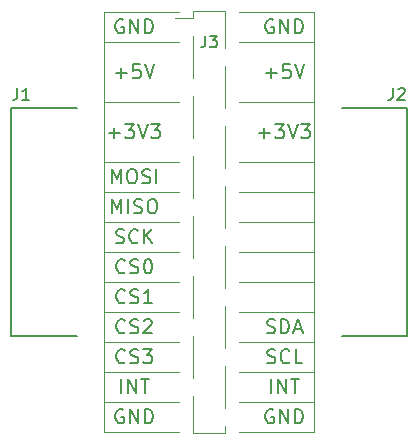
<source format=gbr>
%TF.GenerationSoftware,KiCad,Pcbnew,9.0.0*%
%TF.CreationDate,2025-03-09T13:03:08+03:00*%
%TF.ProjectId,PM_DBG-FFC,504d5f44-4247-42d4-9646-432e6b696361,rev?*%
%TF.SameCoordinates,Original*%
%TF.FileFunction,Legend,Top*%
%TF.FilePolarity,Positive*%
%FSLAX46Y46*%
G04 Gerber Fmt 4.6, Leading zero omitted, Abs format (unit mm)*
G04 Created by KiCad (PCBNEW 9.0.0) date 2025-03-09 13:03:08*
%MOMM*%
%LPD*%
G01*
G04 APERTURE LIST*
%ADD10C,0.100000*%
%ADD11C,0.200000*%
%ADD12C,0.150000*%
%ADD13C,0.120000*%
%ADD14C,0.152400*%
G04 APERTURE END LIST*
D10*
X2540000Y-12700000D02*
X8890000Y-12700000D01*
X2540000Y2540000D02*
X8890000Y2540000D01*
X-8890000Y-12700000D02*
X-2540000Y-12700000D01*
X-8890000Y17780000D02*
X-8890000Y-17780000D01*
X2540000Y-15240000D02*
X8890000Y-15240000D01*
X2540000Y-5080000D02*
X8890000Y-5080000D01*
X2540000Y15240000D02*
X8890000Y15240000D01*
X2540000Y-7620000D02*
X8890000Y-7620000D01*
X8890000Y17780000D02*
X8890000Y-17780000D01*
X-8890000Y-2540000D02*
X-2540000Y-2540000D01*
X-8890000Y-10160000D02*
X-2540000Y-10160000D01*
X-8890000Y10160000D02*
X-2540000Y10160000D01*
X-8890000Y2540000D02*
X-2540000Y2540000D01*
X2540000Y17780000D02*
X8890000Y17780000D01*
X-8890000Y-17780000D02*
X-2540000Y-17780000D01*
X2540000Y5080000D02*
X8890000Y5080000D01*
X-8890000Y-5080000D02*
X-2540000Y-5080000D01*
X-8890000Y15240000D02*
X-2540000Y15240000D01*
X-8890000Y5080000D02*
X-2540000Y5080000D01*
X2540000Y0D02*
X8890000Y0D01*
X2540000Y10160000D02*
X8890000Y10160000D01*
X-8890000Y0D02*
X-2540000Y0D01*
X2540000Y-2540000D02*
X8890000Y-2540000D01*
X-8890000Y17780000D02*
X-2540000Y17780000D01*
X-8890000Y-7620000D02*
X-2540000Y-7620000D01*
X2540000Y-17780000D02*
X8890000Y-17780000D01*
X-8890000Y-15240000D02*
X-2540000Y-15240000D01*
X2540000Y-10160000D02*
X8890000Y-10160000D01*
D11*
X-7121429Y-11860457D02*
X-7178572Y-11917600D01*
X-7178572Y-11917600D02*
X-7350000Y-11974742D01*
X-7350000Y-11974742D02*
X-7464286Y-11974742D01*
X-7464286Y-11974742D02*
X-7635715Y-11917600D01*
X-7635715Y-11917600D02*
X-7750000Y-11803314D01*
X-7750000Y-11803314D02*
X-7807143Y-11689028D01*
X-7807143Y-11689028D02*
X-7864286Y-11460457D01*
X-7864286Y-11460457D02*
X-7864286Y-11289028D01*
X-7864286Y-11289028D02*
X-7807143Y-11060457D01*
X-7807143Y-11060457D02*
X-7750000Y-10946171D01*
X-7750000Y-10946171D02*
X-7635715Y-10831885D01*
X-7635715Y-10831885D02*
X-7464286Y-10774742D01*
X-7464286Y-10774742D02*
X-7350000Y-10774742D01*
X-7350000Y-10774742D02*
X-7178572Y-10831885D01*
X-7178572Y-10831885D02*
X-7121429Y-10889028D01*
X-6664286Y-11917600D02*
X-6492857Y-11974742D01*
X-6492857Y-11974742D02*
X-6207143Y-11974742D01*
X-6207143Y-11974742D02*
X-6092857Y-11917600D01*
X-6092857Y-11917600D02*
X-6035715Y-11860457D01*
X-6035715Y-11860457D02*
X-5978572Y-11746171D01*
X-5978572Y-11746171D02*
X-5978572Y-11631885D01*
X-5978572Y-11631885D02*
X-6035715Y-11517600D01*
X-6035715Y-11517600D02*
X-6092857Y-11460457D01*
X-6092857Y-11460457D02*
X-6207143Y-11403314D01*
X-6207143Y-11403314D02*
X-6435715Y-11346171D01*
X-6435715Y-11346171D02*
X-6550000Y-11289028D01*
X-6550000Y-11289028D02*
X-6607143Y-11231885D01*
X-6607143Y-11231885D02*
X-6664286Y-11117600D01*
X-6664286Y-11117600D02*
X-6664286Y-11003314D01*
X-6664286Y-11003314D02*
X-6607143Y-10889028D01*
X-6607143Y-10889028D02*
X-6550000Y-10831885D01*
X-6550000Y-10831885D02*
X-6435715Y-10774742D01*
X-6435715Y-10774742D02*
X-6150000Y-10774742D01*
X-6150000Y-10774742D02*
X-5978572Y-10831885D01*
X-5578572Y-10774742D02*
X-4835715Y-10774742D01*
X-4835715Y-10774742D02*
X-5235715Y-11231885D01*
X-5235715Y-11231885D02*
X-5064286Y-11231885D01*
X-5064286Y-11231885D02*
X-4950000Y-11289028D01*
X-4950000Y-11289028D02*
X-4892858Y-11346171D01*
X-4892858Y-11346171D02*
X-4835715Y-11460457D01*
X-4835715Y-11460457D02*
X-4835715Y-11746171D01*
X-4835715Y-11746171D02*
X-4892858Y-11860457D01*
X-4892858Y-11860457D02*
X-4950000Y-11917600D01*
X-4950000Y-11917600D02*
X-5064286Y-11974742D01*
X-5064286Y-11974742D02*
X-5407143Y-11974742D01*
X-5407143Y-11974742D02*
X-5521429Y-11917600D01*
X-5521429Y-11917600D02*
X-5578572Y-11860457D01*
X-8235715Y725258D02*
X-8235715Y1925258D01*
X-8235715Y1925258D02*
X-7835715Y1068115D01*
X-7835715Y1068115D02*
X-7435715Y1925258D01*
X-7435715Y1925258D02*
X-7435715Y725258D01*
X-6864286Y725258D02*
X-6864286Y1925258D01*
X-6350000Y782400D02*
X-6178571Y725258D01*
X-6178571Y725258D02*
X-5892857Y725258D01*
X-5892857Y725258D02*
X-5778571Y782400D01*
X-5778571Y782400D02*
X-5721429Y839543D01*
X-5721429Y839543D02*
X-5664286Y953829D01*
X-5664286Y953829D02*
X-5664286Y1068115D01*
X-5664286Y1068115D02*
X-5721429Y1182400D01*
X-5721429Y1182400D02*
X-5778571Y1239543D01*
X-5778571Y1239543D02*
X-5892857Y1296686D01*
X-5892857Y1296686D02*
X-6121429Y1353829D01*
X-6121429Y1353829D02*
X-6235714Y1410972D01*
X-6235714Y1410972D02*
X-6292857Y1468115D01*
X-6292857Y1468115D02*
X-6350000Y1582400D01*
X-6350000Y1582400D02*
X-6350000Y1696686D01*
X-6350000Y1696686D02*
X-6292857Y1810972D01*
X-6292857Y1810972D02*
X-6235714Y1868115D01*
X-6235714Y1868115D02*
X-6121429Y1925258D01*
X-6121429Y1925258D02*
X-5835714Y1925258D01*
X-5835714Y1925258D02*
X-5664286Y1868115D01*
X-4921429Y1925258D02*
X-4692857Y1925258D01*
X-4692857Y1925258D02*
X-4578572Y1868115D01*
X-4578572Y1868115D02*
X-4464286Y1753829D01*
X-4464286Y1753829D02*
X-4407143Y1525258D01*
X-4407143Y1525258D02*
X-4407143Y1125258D01*
X-4407143Y1125258D02*
X-4464286Y896686D01*
X-4464286Y896686D02*
X-4578572Y782400D01*
X-4578572Y782400D02*
X-4692857Y725258D01*
X-4692857Y725258D02*
X-4921429Y725258D01*
X-4921429Y725258D02*
X-5035714Y782400D01*
X-5035714Y782400D02*
X-5150000Y896686D01*
X-5150000Y896686D02*
X-5207143Y1125258D01*
X-5207143Y1125258D02*
X-5207143Y1525258D01*
X-5207143Y1525258D02*
X-5150000Y1753829D01*
X-5150000Y1753829D02*
X-5035714Y1868115D01*
X-5035714Y1868115D02*
X-4921429Y1925258D01*
X4892857Y-9377600D02*
X5064286Y-9434742D01*
X5064286Y-9434742D02*
X5350000Y-9434742D01*
X5350000Y-9434742D02*
X5464286Y-9377600D01*
X5464286Y-9377600D02*
X5521428Y-9320457D01*
X5521428Y-9320457D02*
X5578571Y-9206171D01*
X5578571Y-9206171D02*
X5578571Y-9091885D01*
X5578571Y-9091885D02*
X5521428Y-8977600D01*
X5521428Y-8977600D02*
X5464286Y-8920457D01*
X5464286Y-8920457D02*
X5350000Y-8863314D01*
X5350000Y-8863314D02*
X5121428Y-8806171D01*
X5121428Y-8806171D02*
X5007143Y-8749028D01*
X5007143Y-8749028D02*
X4950000Y-8691885D01*
X4950000Y-8691885D02*
X4892857Y-8577600D01*
X4892857Y-8577600D02*
X4892857Y-8463314D01*
X4892857Y-8463314D02*
X4950000Y-8349028D01*
X4950000Y-8349028D02*
X5007143Y-8291885D01*
X5007143Y-8291885D02*
X5121428Y-8234742D01*
X5121428Y-8234742D02*
X5407143Y-8234742D01*
X5407143Y-8234742D02*
X5578571Y-8291885D01*
X6092857Y-9434742D02*
X6092857Y-8234742D01*
X6092857Y-8234742D02*
X6378571Y-8234742D01*
X6378571Y-8234742D02*
X6550000Y-8291885D01*
X6550000Y-8291885D02*
X6664285Y-8406171D01*
X6664285Y-8406171D02*
X6721428Y-8520457D01*
X6721428Y-8520457D02*
X6778571Y-8749028D01*
X6778571Y-8749028D02*
X6778571Y-8920457D01*
X6778571Y-8920457D02*
X6721428Y-9149028D01*
X6721428Y-9149028D02*
X6664285Y-9263314D01*
X6664285Y-9263314D02*
X6550000Y-9377600D01*
X6550000Y-9377600D02*
X6378571Y-9434742D01*
X6378571Y-9434742D02*
X6092857Y-9434742D01*
X7235714Y-9091885D02*
X7807143Y-9091885D01*
X7121428Y-9434742D02*
X7521428Y-8234742D01*
X7521428Y-8234742D02*
X7921428Y-9434742D01*
X-8464285Y7532400D02*
X-7549999Y7532400D01*
X-8007142Y7075258D02*
X-8007142Y7989543D01*
X-7092857Y8275258D02*
X-6350000Y8275258D01*
X-6350000Y8275258D02*
X-6750000Y7818115D01*
X-6750000Y7818115D02*
X-6578571Y7818115D01*
X-6578571Y7818115D02*
X-6464285Y7760972D01*
X-6464285Y7760972D02*
X-6407143Y7703829D01*
X-6407143Y7703829D02*
X-6350000Y7589543D01*
X-6350000Y7589543D02*
X-6350000Y7303829D01*
X-6350000Y7303829D02*
X-6407143Y7189543D01*
X-6407143Y7189543D02*
X-6464285Y7132400D01*
X-6464285Y7132400D02*
X-6578571Y7075258D01*
X-6578571Y7075258D02*
X-6921428Y7075258D01*
X-6921428Y7075258D02*
X-7035714Y7132400D01*
X-7035714Y7132400D02*
X-7092857Y7189543D01*
X-6007143Y8275258D02*
X-5607143Y7075258D01*
X-5607143Y7075258D02*
X-5207143Y8275258D01*
X-4921429Y8275258D02*
X-4178572Y8275258D01*
X-4178572Y8275258D02*
X-4578572Y7818115D01*
X-4578572Y7818115D02*
X-4407143Y7818115D01*
X-4407143Y7818115D02*
X-4292857Y7760972D01*
X-4292857Y7760972D02*
X-4235715Y7703829D01*
X-4235715Y7703829D02*
X-4178572Y7589543D01*
X-4178572Y7589543D02*
X-4178572Y7303829D01*
X-4178572Y7303829D02*
X-4235715Y7189543D01*
X-4235715Y7189543D02*
X-4292857Y7132400D01*
X-4292857Y7132400D02*
X-4407143Y7075258D01*
X-4407143Y7075258D02*
X-4750000Y7075258D01*
X-4750000Y7075258D02*
X-4864286Y7132400D01*
X-4864286Y7132400D02*
X-4921429Y7189543D01*
X-7264286Y17108115D02*
X-7378571Y17165258D01*
X-7378571Y17165258D02*
X-7550000Y17165258D01*
X-7550000Y17165258D02*
X-7721429Y17108115D01*
X-7721429Y17108115D02*
X-7835714Y16993829D01*
X-7835714Y16993829D02*
X-7892857Y16879543D01*
X-7892857Y16879543D02*
X-7950000Y16650972D01*
X-7950000Y16650972D02*
X-7950000Y16479543D01*
X-7950000Y16479543D02*
X-7892857Y16250972D01*
X-7892857Y16250972D02*
X-7835714Y16136686D01*
X-7835714Y16136686D02*
X-7721429Y16022400D01*
X-7721429Y16022400D02*
X-7550000Y15965258D01*
X-7550000Y15965258D02*
X-7435714Y15965258D01*
X-7435714Y15965258D02*
X-7264286Y16022400D01*
X-7264286Y16022400D02*
X-7207143Y16079543D01*
X-7207143Y16079543D02*
X-7207143Y16479543D01*
X-7207143Y16479543D02*
X-7435714Y16479543D01*
X-6692857Y15965258D02*
X-6692857Y17165258D01*
X-6692857Y17165258D02*
X-6007143Y15965258D01*
X-6007143Y15965258D02*
X-6007143Y17165258D01*
X-5435714Y15965258D02*
X-5435714Y17165258D01*
X-5435714Y17165258D02*
X-5150000Y17165258D01*
X-5150000Y17165258D02*
X-4978571Y17108115D01*
X-4978571Y17108115D02*
X-4864286Y16993829D01*
X-4864286Y16993829D02*
X-4807143Y16879543D01*
X-4807143Y16879543D02*
X-4750000Y16650972D01*
X-4750000Y16650972D02*
X-4750000Y16479543D01*
X-4750000Y16479543D02*
X-4807143Y16250972D01*
X-4807143Y16250972D02*
X-4864286Y16136686D01*
X-4864286Y16136686D02*
X-4978571Y16022400D01*
X-4978571Y16022400D02*
X-5150000Y15965258D01*
X-5150000Y15965258D02*
X-5435714Y15965258D01*
X-7435715Y-14514742D02*
X-7435715Y-13314742D01*
X-6864286Y-14514742D02*
X-6864286Y-13314742D01*
X-6864286Y-13314742D02*
X-6178572Y-14514742D01*
X-6178572Y-14514742D02*
X-6178572Y-13314742D01*
X-5778572Y-13314742D02*
X-5092857Y-13314742D01*
X-5435715Y-14514742D02*
X-5435715Y-13314742D01*
X-7121429Y-6780457D02*
X-7178572Y-6837600D01*
X-7178572Y-6837600D02*
X-7350000Y-6894742D01*
X-7350000Y-6894742D02*
X-7464286Y-6894742D01*
X-7464286Y-6894742D02*
X-7635715Y-6837600D01*
X-7635715Y-6837600D02*
X-7750000Y-6723314D01*
X-7750000Y-6723314D02*
X-7807143Y-6609028D01*
X-7807143Y-6609028D02*
X-7864286Y-6380457D01*
X-7864286Y-6380457D02*
X-7864286Y-6209028D01*
X-7864286Y-6209028D02*
X-7807143Y-5980457D01*
X-7807143Y-5980457D02*
X-7750000Y-5866171D01*
X-7750000Y-5866171D02*
X-7635715Y-5751885D01*
X-7635715Y-5751885D02*
X-7464286Y-5694742D01*
X-7464286Y-5694742D02*
X-7350000Y-5694742D01*
X-7350000Y-5694742D02*
X-7178572Y-5751885D01*
X-7178572Y-5751885D02*
X-7121429Y-5809028D01*
X-6664286Y-6837600D02*
X-6492857Y-6894742D01*
X-6492857Y-6894742D02*
X-6207143Y-6894742D01*
X-6207143Y-6894742D02*
X-6092857Y-6837600D01*
X-6092857Y-6837600D02*
X-6035715Y-6780457D01*
X-6035715Y-6780457D02*
X-5978572Y-6666171D01*
X-5978572Y-6666171D02*
X-5978572Y-6551885D01*
X-5978572Y-6551885D02*
X-6035715Y-6437600D01*
X-6035715Y-6437600D02*
X-6092857Y-6380457D01*
X-6092857Y-6380457D02*
X-6207143Y-6323314D01*
X-6207143Y-6323314D02*
X-6435715Y-6266171D01*
X-6435715Y-6266171D02*
X-6550000Y-6209028D01*
X-6550000Y-6209028D02*
X-6607143Y-6151885D01*
X-6607143Y-6151885D02*
X-6664286Y-6037600D01*
X-6664286Y-6037600D02*
X-6664286Y-5923314D01*
X-6664286Y-5923314D02*
X-6607143Y-5809028D01*
X-6607143Y-5809028D02*
X-6550000Y-5751885D01*
X-6550000Y-5751885D02*
X-6435715Y-5694742D01*
X-6435715Y-5694742D02*
X-6150000Y-5694742D01*
X-6150000Y-5694742D02*
X-5978572Y-5751885D01*
X-4835715Y-6894742D02*
X-5521429Y-6894742D01*
X-5178572Y-6894742D02*
X-5178572Y-5694742D01*
X-5178572Y-5694742D02*
X-5292858Y-5866171D01*
X-5292858Y-5866171D02*
X-5407143Y-5980457D01*
X-5407143Y-5980457D02*
X-5521429Y-6037600D01*
X5264285Y-14514742D02*
X5264285Y-13314742D01*
X5835714Y-14514742D02*
X5835714Y-13314742D01*
X5835714Y-13314742D02*
X6521428Y-14514742D01*
X6521428Y-14514742D02*
X6521428Y-13314742D01*
X6921428Y-13314742D02*
X7607143Y-13314742D01*
X7264285Y-14514742D02*
X7264285Y-13314742D01*
X-7121429Y-4240457D02*
X-7178572Y-4297600D01*
X-7178572Y-4297600D02*
X-7350000Y-4354742D01*
X-7350000Y-4354742D02*
X-7464286Y-4354742D01*
X-7464286Y-4354742D02*
X-7635715Y-4297600D01*
X-7635715Y-4297600D02*
X-7750000Y-4183314D01*
X-7750000Y-4183314D02*
X-7807143Y-4069028D01*
X-7807143Y-4069028D02*
X-7864286Y-3840457D01*
X-7864286Y-3840457D02*
X-7864286Y-3669028D01*
X-7864286Y-3669028D02*
X-7807143Y-3440457D01*
X-7807143Y-3440457D02*
X-7750000Y-3326171D01*
X-7750000Y-3326171D02*
X-7635715Y-3211885D01*
X-7635715Y-3211885D02*
X-7464286Y-3154742D01*
X-7464286Y-3154742D02*
X-7350000Y-3154742D01*
X-7350000Y-3154742D02*
X-7178572Y-3211885D01*
X-7178572Y-3211885D02*
X-7121429Y-3269028D01*
X-6664286Y-4297600D02*
X-6492857Y-4354742D01*
X-6492857Y-4354742D02*
X-6207143Y-4354742D01*
X-6207143Y-4354742D02*
X-6092857Y-4297600D01*
X-6092857Y-4297600D02*
X-6035715Y-4240457D01*
X-6035715Y-4240457D02*
X-5978572Y-4126171D01*
X-5978572Y-4126171D02*
X-5978572Y-4011885D01*
X-5978572Y-4011885D02*
X-6035715Y-3897600D01*
X-6035715Y-3897600D02*
X-6092857Y-3840457D01*
X-6092857Y-3840457D02*
X-6207143Y-3783314D01*
X-6207143Y-3783314D02*
X-6435715Y-3726171D01*
X-6435715Y-3726171D02*
X-6550000Y-3669028D01*
X-6550000Y-3669028D02*
X-6607143Y-3611885D01*
X-6607143Y-3611885D02*
X-6664286Y-3497600D01*
X-6664286Y-3497600D02*
X-6664286Y-3383314D01*
X-6664286Y-3383314D02*
X-6607143Y-3269028D01*
X-6607143Y-3269028D02*
X-6550000Y-3211885D01*
X-6550000Y-3211885D02*
X-6435715Y-3154742D01*
X-6435715Y-3154742D02*
X-6150000Y-3154742D01*
X-6150000Y-3154742D02*
X-5978572Y-3211885D01*
X-5235715Y-3154742D02*
X-5121429Y-3154742D01*
X-5121429Y-3154742D02*
X-5007143Y-3211885D01*
X-5007143Y-3211885D02*
X-4950000Y-3269028D01*
X-4950000Y-3269028D02*
X-4892858Y-3383314D01*
X-4892858Y-3383314D02*
X-4835715Y-3611885D01*
X-4835715Y-3611885D02*
X-4835715Y-3897600D01*
X-4835715Y-3897600D02*
X-4892858Y-4126171D01*
X-4892858Y-4126171D02*
X-4950000Y-4240457D01*
X-4950000Y-4240457D02*
X-5007143Y-4297600D01*
X-5007143Y-4297600D02*
X-5121429Y-4354742D01*
X-5121429Y-4354742D02*
X-5235715Y-4354742D01*
X-5235715Y-4354742D02*
X-5350000Y-4297600D01*
X-5350000Y-4297600D02*
X-5407143Y-4240457D01*
X-5407143Y-4240457D02*
X-5464286Y-4126171D01*
X-5464286Y-4126171D02*
X-5521429Y-3897600D01*
X-5521429Y-3897600D02*
X-5521429Y-3611885D01*
X-5521429Y-3611885D02*
X-5464286Y-3383314D01*
X-5464286Y-3383314D02*
X-5407143Y-3269028D01*
X-5407143Y-3269028D02*
X-5350000Y-3211885D01*
X-5350000Y-3211885D02*
X-5235715Y-3154742D01*
X-8235715Y3265258D02*
X-8235715Y4465258D01*
X-8235715Y4465258D02*
X-7835715Y3608115D01*
X-7835715Y3608115D02*
X-7435715Y4465258D01*
X-7435715Y4465258D02*
X-7435715Y3265258D01*
X-6635715Y4465258D02*
X-6407143Y4465258D01*
X-6407143Y4465258D02*
X-6292858Y4408115D01*
X-6292858Y4408115D02*
X-6178572Y4293829D01*
X-6178572Y4293829D02*
X-6121429Y4065258D01*
X-6121429Y4065258D02*
X-6121429Y3665258D01*
X-6121429Y3665258D02*
X-6178572Y3436686D01*
X-6178572Y3436686D02*
X-6292858Y3322400D01*
X-6292858Y3322400D02*
X-6407143Y3265258D01*
X-6407143Y3265258D02*
X-6635715Y3265258D01*
X-6635715Y3265258D02*
X-6750000Y3322400D01*
X-6750000Y3322400D02*
X-6864286Y3436686D01*
X-6864286Y3436686D02*
X-6921429Y3665258D01*
X-6921429Y3665258D02*
X-6921429Y4065258D01*
X-6921429Y4065258D02*
X-6864286Y4293829D01*
X-6864286Y4293829D02*
X-6750000Y4408115D01*
X-6750000Y4408115D02*
X-6635715Y4465258D01*
X-5664286Y3322400D02*
X-5492857Y3265258D01*
X-5492857Y3265258D02*
X-5207143Y3265258D01*
X-5207143Y3265258D02*
X-5092857Y3322400D01*
X-5092857Y3322400D02*
X-5035715Y3379543D01*
X-5035715Y3379543D02*
X-4978572Y3493829D01*
X-4978572Y3493829D02*
X-4978572Y3608115D01*
X-4978572Y3608115D02*
X-5035715Y3722400D01*
X-5035715Y3722400D02*
X-5092857Y3779543D01*
X-5092857Y3779543D02*
X-5207143Y3836686D01*
X-5207143Y3836686D02*
X-5435715Y3893829D01*
X-5435715Y3893829D02*
X-5550000Y3950972D01*
X-5550000Y3950972D02*
X-5607143Y4008115D01*
X-5607143Y4008115D02*
X-5664286Y4122400D01*
X-5664286Y4122400D02*
X-5664286Y4236686D01*
X-5664286Y4236686D02*
X-5607143Y4350972D01*
X-5607143Y4350972D02*
X-5550000Y4408115D01*
X-5550000Y4408115D02*
X-5435715Y4465258D01*
X-5435715Y4465258D02*
X-5150000Y4465258D01*
X-5150000Y4465258D02*
X-4978572Y4408115D01*
X-4464286Y3265258D02*
X-4464286Y4465258D01*
X4235715Y7532400D02*
X5150001Y7532400D01*
X4692858Y7075258D02*
X4692858Y7989543D01*
X5607143Y8275258D02*
X6350000Y8275258D01*
X6350000Y8275258D02*
X5950000Y7818115D01*
X5950000Y7818115D02*
X6121429Y7818115D01*
X6121429Y7818115D02*
X6235715Y7760972D01*
X6235715Y7760972D02*
X6292857Y7703829D01*
X6292857Y7703829D02*
X6350000Y7589543D01*
X6350000Y7589543D02*
X6350000Y7303829D01*
X6350000Y7303829D02*
X6292857Y7189543D01*
X6292857Y7189543D02*
X6235715Y7132400D01*
X6235715Y7132400D02*
X6121429Y7075258D01*
X6121429Y7075258D02*
X5778572Y7075258D01*
X5778572Y7075258D02*
X5664286Y7132400D01*
X5664286Y7132400D02*
X5607143Y7189543D01*
X6692857Y8275258D02*
X7092857Y7075258D01*
X7092857Y7075258D02*
X7492857Y8275258D01*
X7778571Y8275258D02*
X8521428Y8275258D01*
X8521428Y8275258D02*
X8121428Y7818115D01*
X8121428Y7818115D02*
X8292857Y7818115D01*
X8292857Y7818115D02*
X8407143Y7760972D01*
X8407143Y7760972D02*
X8464285Y7703829D01*
X8464285Y7703829D02*
X8521428Y7589543D01*
X8521428Y7589543D02*
X8521428Y7303829D01*
X8521428Y7303829D02*
X8464285Y7189543D01*
X8464285Y7189543D02*
X8407143Y7132400D01*
X8407143Y7132400D02*
X8292857Y7075258D01*
X8292857Y7075258D02*
X7950000Y7075258D01*
X7950000Y7075258D02*
X7835714Y7132400D01*
X7835714Y7132400D02*
X7778571Y7189543D01*
X-7121429Y-9320457D02*
X-7178572Y-9377600D01*
X-7178572Y-9377600D02*
X-7350000Y-9434742D01*
X-7350000Y-9434742D02*
X-7464286Y-9434742D01*
X-7464286Y-9434742D02*
X-7635715Y-9377600D01*
X-7635715Y-9377600D02*
X-7750000Y-9263314D01*
X-7750000Y-9263314D02*
X-7807143Y-9149028D01*
X-7807143Y-9149028D02*
X-7864286Y-8920457D01*
X-7864286Y-8920457D02*
X-7864286Y-8749028D01*
X-7864286Y-8749028D02*
X-7807143Y-8520457D01*
X-7807143Y-8520457D02*
X-7750000Y-8406171D01*
X-7750000Y-8406171D02*
X-7635715Y-8291885D01*
X-7635715Y-8291885D02*
X-7464286Y-8234742D01*
X-7464286Y-8234742D02*
X-7350000Y-8234742D01*
X-7350000Y-8234742D02*
X-7178572Y-8291885D01*
X-7178572Y-8291885D02*
X-7121429Y-8349028D01*
X-6664286Y-9377600D02*
X-6492857Y-9434742D01*
X-6492857Y-9434742D02*
X-6207143Y-9434742D01*
X-6207143Y-9434742D02*
X-6092857Y-9377600D01*
X-6092857Y-9377600D02*
X-6035715Y-9320457D01*
X-6035715Y-9320457D02*
X-5978572Y-9206171D01*
X-5978572Y-9206171D02*
X-5978572Y-9091885D01*
X-5978572Y-9091885D02*
X-6035715Y-8977600D01*
X-6035715Y-8977600D02*
X-6092857Y-8920457D01*
X-6092857Y-8920457D02*
X-6207143Y-8863314D01*
X-6207143Y-8863314D02*
X-6435715Y-8806171D01*
X-6435715Y-8806171D02*
X-6550000Y-8749028D01*
X-6550000Y-8749028D02*
X-6607143Y-8691885D01*
X-6607143Y-8691885D02*
X-6664286Y-8577600D01*
X-6664286Y-8577600D02*
X-6664286Y-8463314D01*
X-6664286Y-8463314D02*
X-6607143Y-8349028D01*
X-6607143Y-8349028D02*
X-6550000Y-8291885D01*
X-6550000Y-8291885D02*
X-6435715Y-8234742D01*
X-6435715Y-8234742D02*
X-6150000Y-8234742D01*
X-6150000Y-8234742D02*
X-5978572Y-8291885D01*
X-5521429Y-8349028D02*
X-5464286Y-8291885D01*
X-5464286Y-8291885D02*
X-5350000Y-8234742D01*
X-5350000Y-8234742D02*
X-5064286Y-8234742D01*
X-5064286Y-8234742D02*
X-4950000Y-8291885D01*
X-4950000Y-8291885D02*
X-4892858Y-8349028D01*
X-4892858Y-8349028D02*
X-4835715Y-8463314D01*
X-4835715Y-8463314D02*
X-4835715Y-8577600D01*
X-4835715Y-8577600D02*
X-4892858Y-8749028D01*
X-4892858Y-8749028D02*
X-5578572Y-9434742D01*
X-5578572Y-9434742D02*
X-4835715Y-9434742D01*
X4921428Y-11917600D02*
X5092857Y-11974742D01*
X5092857Y-11974742D02*
X5378571Y-11974742D01*
X5378571Y-11974742D02*
X5492857Y-11917600D01*
X5492857Y-11917600D02*
X5549999Y-11860457D01*
X5549999Y-11860457D02*
X5607142Y-11746171D01*
X5607142Y-11746171D02*
X5607142Y-11631885D01*
X5607142Y-11631885D02*
X5549999Y-11517600D01*
X5549999Y-11517600D02*
X5492857Y-11460457D01*
X5492857Y-11460457D02*
X5378571Y-11403314D01*
X5378571Y-11403314D02*
X5149999Y-11346171D01*
X5149999Y-11346171D02*
X5035714Y-11289028D01*
X5035714Y-11289028D02*
X4978571Y-11231885D01*
X4978571Y-11231885D02*
X4921428Y-11117600D01*
X4921428Y-11117600D02*
X4921428Y-11003314D01*
X4921428Y-11003314D02*
X4978571Y-10889028D01*
X4978571Y-10889028D02*
X5035714Y-10831885D01*
X5035714Y-10831885D02*
X5149999Y-10774742D01*
X5149999Y-10774742D02*
X5435714Y-10774742D01*
X5435714Y-10774742D02*
X5607142Y-10831885D01*
X6807142Y-11860457D02*
X6749999Y-11917600D01*
X6749999Y-11917600D02*
X6578571Y-11974742D01*
X6578571Y-11974742D02*
X6464285Y-11974742D01*
X6464285Y-11974742D02*
X6292856Y-11917600D01*
X6292856Y-11917600D02*
X6178571Y-11803314D01*
X6178571Y-11803314D02*
X6121428Y-11689028D01*
X6121428Y-11689028D02*
X6064285Y-11460457D01*
X6064285Y-11460457D02*
X6064285Y-11289028D01*
X6064285Y-11289028D02*
X6121428Y-11060457D01*
X6121428Y-11060457D02*
X6178571Y-10946171D01*
X6178571Y-10946171D02*
X6292856Y-10831885D01*
X6292856Y-10831885D02*
X6464285Y-10774742D01*
X6464285Y-10774742D02*
X6578571Y-10774742D01*
X6578571Y-10774742D02*
X6749999Y-10831885D01*
X6749999Y-10831885D02*
X6807142Y-10889028D01*
X7892856Y-11974742D02*
X7321428Y-11974742D01*
X7321428Y-11974742D02*
X7321428Y-10774742D01*
X5435714Y-15911885D02*
X5321429Y-15854742D01*
X5321429Y-15854742D02*
X5150000Y-15854742D01*
X5150000Y-15854742D02*
X4978571Y-15911885D01*
X4978571Y-15911885D02*
X4864286Y-16026171D01*
X4864286Y-16026171D02*
X4807143Y-16140457D01*
X4807143Y-16140457D02*
X4750000Y-16369028D01*
X4750000Y-16369028D02*
X4750000Y-16540457D01*
X4750000Y-16540457D02*
X4807143Y-16769028D01*
X4807143Y-16769028D02*
X4864286Y-16883314D01*
X4864286Y-16883314D02*
X4978571Y-16997600D01*
X4978571Y-16997600D02*
X5150000Y-17054742D01*
X5150000Y-17054742D02*
X5264286Y-17054742D01*
X5264286Y-17054742D02*
X5435714Y-16997600D01*
X5435714Y-16997600D02*
X5492857Y-16940457D01*
X5492857Y-16940457D02*
X5492857Y-16540457D01*
X5492857Y-16540457D02*
X5264286Y-16540457D01*
X6007143Y-17054742D02*
X6007143Y-15854742D01*
X6007143Y-15854742D02*
X6692857Y-17054742D01*
X6692857Y-17054742D02*
X6692857Y-15854742D01*
X7264286Y-17054742D02*
X7264286Y-15854742D01*
X7264286Y-15854742D02*
X7550000Y-15854742D01*
X7550000Y-15854742D02*
X7721429Y-15911885D01*
X7721429Y-15911885D02*
X7835714Y-16026171D01*
X7835714Y-16026171D02*
X7892857Y-16140457D01*
X7892857Y-16140457D02*
X7950000Y-16369028D01*
X7950000Y-16369028D02*
X7950000Y-16540457D01*
X7950000Y-16540457D02*
X7892857Y-16769028D01*
X7892857Y-16769028D02*
X7835714Y-16883314D01*
X7835714Y-16883314D02*
X7721429Y-16997600D01*
X7721429Y-16997600D02*
X7550000Y-17054742D01*
X7550000Y-17054742D02*
X7264286Y-17054742D01*
X-7264286Y-15911885D02*
X-7378571Y-15854742D01*
X-7378571Y-15854742D02*
X-7550000Y-15854742D01*
X-7550000Y-15854742D02*
X-7721429Y-15911885D01*
X-7721429Y-15911885D02*
X-7835714Y-16026171D01*
X-7835714Y-16026171D02*
X-7892857Y-16140457D01*
X-7892857Y-16140457D02*
X-7950000Y-16369028D01*
X-7950000Y-16369028D02*
X-7950000Y-16540457D01*
X-7950000Y-16540457D02*
X-7892857Y-16769028D01*
X-7892857Y-16769028D02*
X-7835714Y-16883314D01*
X-7835714Y-16883314D02*
X-7721429Y-16997600D01*
X-7721429Y-16997600D02*
X-7550000Y-17054742D01*
X-7550000Y-17054742D02*
X-7435714Y-17054742D01*
X-7435714Y-17054742D02*
X-7264286Y-16997600D01*
X-7264286Y-16997600D02*
X-7207143Y-16940457D01*
X-7207143Y-16940457D02*
X-7207143Y-16540457D01*
X-7207143Y-16540457D02*
X-7435714Y-16540457D01*
X-6692857Y-17054742D02*
X-6692857Y-15854742D01*
X-6692857Y-15854742D02*
X-6007143Y-17054742D01*
X-6007143Y-17054742D02*
X-6007143Y-15854742D01*
X-5435714Y-17054742D02*
X-5435714Y-15854742D01*
X-5435714Y-15854742D02*
X-5150000Y-15854742D01*
X-5150000Y-15854742D02*
X-4978571Y-15911885D01*
X-4978571Y-15911885D02*
X-4864286Y-16026171D01*
X-4864286Y-16026171D02*
X-4807143Y-16140457D01*
X-4807143Y-16140457D02*
X-4750000Y-16369028D01*
X-4750000Y-16369028D02*
X-4750000Y-16540457D01*
X-4750000Y-16540457D02*
X-4807143Y-16769028D01*
X-4807143Y-16769028D02*
X-4864286Y-16883314D01*
X-4864286Y-16883314D02*
X-4978571Y-16997600D01*
X-4978571Y-16997600D02*
X-5150000Y-17054742D01*
X-5150000Y-17054742D02*
X-5435714Y-17054742D01*
X-7892857Y-1757600D02*
X-7721428Y-1814742D01*
X-7721428Y-1814742D02*
X-7435714Y-1814742D01*
X-7435714Y-1814742D02*
X-7321428Y-1757600D01*
X-7321428Y-1757600D02*
X-7264286Y-1700457D01*
X-7264286Y-1700457D02*
X-7207143Y-1586171D01*
X-7207143Y-1586171D02*
X-7207143Y-1471885D01*
X-7207143Y-1471885D02*
X-7264286Y-1357600D01*
X-7264286Y-1357600D02*
X-7321428Y-1300457D01*
X-7321428Y-1300457D02*
X-7435714Y-1243314D01*
X-7435714Y-1243314D02*
X-7664286Y-1186171D01*
X-7664286Y-1186171D02*
X-7778571Y-1129028D01*
X-7778571Y-1129028D02*
X-7835714Y-1071885D01*
X-7835714Y-1071885D02*
X-7892857Y-957600D01*
X-7892857Y-957600D02*
X-7892857Y-843314D01*
X-7892857Y-843314D02*
X-7835714Y-729028D01*
X-7835714Y-729028D02*
X-7778571Y-671885D01*
X-7778571Y-671885D02*
X-7664286Y-614742D01*
X-7664286Y-614742D02*
X-7378571Y-614742D01*
X-7378571Y-614742D02*
X-7207143Y-671885D01*
X-6007143Y-1700457D02*
X-6064286Y-1757600D01*
X-6064286Y-1757600D02*
X-6235714Y-1814742D01*
X-6235714Y-1814742D02*
X-6350000Y-1814742D01*
X-6350000Y-1814742D02*
X-6521429Y-1757600D01*
X-6521429Y-1757600D02*
X-6635714Y-1643314D01*
X-6635714Y-1643314D02*
X-6692857Y-1529028D01*
X-6692857Y-1529028D02*
X-6750000Y-1300457D01*
X-6750000Y-1300457D02*
X-6750000Y-1129028D01*
X-6750000Y-1129028D02*
X-6692857Y-900457D01*
X-6692857Y-900457D02*
X-6635714Y-786171D01*
X-6635714Y-786171D02*
X-6521429Y-671885D01*
X-6521429Y-671885D02*
X-6350000Y-614742D01*
X-6350000Y-614742D02*
X-6235714Y-614742D01*
X-6235714Y-614742D02*
X-6064286Y-671885D01*
X-6064286Y-671885D02*
X-6007143Y-729028D01*
X-5492857Y-1814742D02*
X-5492857Y-614742D01*
X-4807143Y-1814742D02*
X-5321429Y-1129028D01*
X-4807143Y-614742D02*
X-5492857Y-1300457D01*
X5435714Y17108115D02*
X5321429Y17165258D01*
X5321429Y17165258D02*
X5150000Y17165258D01*
X5150000Y17165258D02*
X4978571Y17108115D01*
X4978571Y17108115D02*
X4864286Y16993829D01*
X4864286Y16993829D02*
X4807143Y16879543D01*
X4807143Y16879543D02*
X4750000Y16650972D01*
X4750000Y16650972D02*
X4750000Y16479543D01*
X4750000Y16479543D02*
X4807143Y16250972D01*
X4807143Y16250972D02*
X4864286Y16136686D01*
X4864286Y16136686D02*
X4978571Y16022400D01*
X4978571Y16022400D02*
X5150000Y15965258D01*
X5150000Y15965258D02*
X5264286Y15965258D01*
X5264286Y15965258D02*
X5435714Y16022400D01*
X5435714Y16022400D02*
X5492857Y16079543D01*
X5492857Y16079543D02*
X5492857Y16479543D01*
X5492857Y16479543D02*
X5264286Y16479543D01*
X6007143Y15965258D02*
X6007143Y17165258D01*
X6007143Y17165258D02*
X6692857Y15965258D01*
X6692857Y15965258D02*
X6692857Y17165258D01*
X7264286Y15965258D02*
X7264286Y17165258D01*
X7264286Y17165258D02*
X7550000Y17165258D01*
X7550000Y17165258D02*
X7721429Y17108115D01*
X7721429Y17108115D02*
X7835714Y16993829D01*
X7835714Y16993829D02*
X7892857Y16879543D01*
X7892857Y16879543D02*
X7950000Y16650972D01*
X7950000Y16650972D02*
X7950000Y16479543D01*
X7950000Y16479543D02*
X7892857Y16250972D01*
X7892857Y16250972D02*
X7835714Y16136686D01*
X7835714Y16136686D02*
X7721429Y16022400D01*
X7721429Y16022400D02*
X7550000Y15965258D01*
X7550000Y15965258D02*
X7264286Y15965258D01*
X-7892857Y12612400D02*
X-6978571Y12612400D01*
X-7435714Y12155258D02*
X-7435714Y13069543D01*
X-5835715Y13355258D02*
X-6407143Y13355258D01*
X-6407143Y13355258D02*
X-6464286Y12783829D01*
X-6464286Y12783829D02*
X-6407143Y12840972D01*
X-6407143Y12840972D02*
X-6292857Y12898115D01*
X-6292857Y12898115D02*
X-6007143Y12898115D01*
X-6007143Y12898115D02*
X-5892857Y12840972D01*
X-5892857Y12840972D02*
X-5835715Y12783829D01*
X-5835715Y12783829D02*
X-5778572Y12669543D01*
X-5778572Y12669543D02*
X-5778572Y12383829D01*
X-5778572Y12383829D02*
X-5835715Y12269543D01*
X-5835715Y12269543D02*
X-5892857Y12212400D01*
X-5892857Y12212400D02*
X-6007143Y12155258D01*
X-6007143Y12155258D02*
X-6292857Y12155258D01*
X-6292857Y12155258D02*
X-6407143Y12212400D01*
X-6407143Y12212400D02*
X-6464286Y12269543D01*
X-5435715Y13355258D02*
X-5035715Y12155258D01*
X-5035715Y12155258D02*
X-4635715Y13355258D01*
X4807143Y12612400D02*
X5721429Y12612400D01*
X5264286Y12155258D02*
X5264286Y13069543D01*
X6864285Y13355258D02*
X6292857Y13355258D01*
X6292857Y13355258D02*
X6235714Y12783829D01*
X6235714Y12783829D02*
X6292857Y12840972D01*
X6292857Y12840972D02*
X6407143Y12898115D01*
X6407143Y12898115D02*
X6692857Y12898115D01*
X6692857Y12898115D02*
X6807143Y12840972D01*
X6807143Y12840972D02*
X6864285Y12783829D01*
X6864285Y12783829D02*
X6921428Y12669543D01*
X6921428Y12669543D02*
X6921428Y12383829D01*
X6921428Y12383829D02*
X6864285Y12269543D01*
X6864285Y12269543D02*
X6807143Y12212400D01*
X6807143Y12212400D02*
X6692857Y12155258D01*
X6692857Y12155258D02*
X6407143Y12155258D01*
X6407143Y12155258D02*
X6292857Y12212400D01*
X6292857Y12212400D02*
X6235714Y12269543D01*
X7264285Y13355258D02*
X7664285Y12155258D01*
X7664285Y12155258D02*
X8064285Y13355258D01*
D12*
X-333334Y15785181D02*
X-333334Y15070896D01*
X-333334Y15070896D02*
X-380953Y14928039D01*
X-380953Y14928039D02*
X-476191Y14832800D01*
X-476191Y14832800D02*
X-619048Y14785181D01*
X-619048Y14785181D02*
X-714286Y14785181D01*
X47619Y15785181D02*
X666666Y15785181D01*
X666666Y15785181D02*
X333333Y15404229D01*
X333333Y15404229D02*
X476190Y15404229D01*
X476190Y15404229D02*
X571428Y15356610D01*
X571428Y15356610D02*
X619047Y15308991D01*
X619047Y15308991D02*
X666666Y15213753D01*
X666666Y15213753D02*
X666666Y14975658D01*
X666666Y14975658D02*
X619047Y14880420D01*
X619047Y14880420D02*
X571428Y14832800D01*
X571428Y14832800D02*
X476190Y14785181D01*
X476190Y14785181D02*
X190476Y14785181D01*
X190476Y14785181D02*
X95238Y14832800D01*
X95238Y14832800D02*
X47619Y14880420D01*
X-16238334Y11340181D02*
X-16238334Y10625896D01*
X-16238334Y10625896D02*
X-16285953Y10483039D01*
X-16285953Y10483039D02*
X-16381191Y10387800D01*
X-16381191Y10387800D02*
X-16524048Y10340181D01*
X-16524048Y10340181D02*
X-16619286Y10340181D01*
X-15238334Y10340181D02*
X-15809762Y10340181D01*
X-15524048Y10340181D02*
X-15524048Y11340181D01*
X-15524048Y11340181D02*
X-15619286Y11197324D01*
X-15619286Y11197324D02*
X-15714524Y11102086D01*
X-15714524Y11102086D02*
X-15809762Y11054467D01*
X15571666Y11340181D02*
X15571666Y10625896D01*
X15571666Y10625896D02*
X15524047Y10483039D01*
X15524047Y10483039D02*
X15428809Y10387800D01*
X15428809Y10387800D02*
X15285952Y10340181D01*
X15285952Y10340181D02*
X15190714Y10340181D01*
X16000238Y11244943D02*
X16047857Y11292562D01*
X16047857Y11292562D02*
X16143095Y11340181D01*
X16143095Y11340181D02*
X16381190Y11340181D01*
X16381190Y11340181D02*
X16476428Y11292562D01*
X16476428Y11292562D02*
X16524047Y11244943D01*
X16524047Y11244943D02*
X16571666Y11149705D01*
X16571666Y11149705D02*
X16571666Y11054467D01*
X16571666Y11054467D02*
X16524047Y10911610D01*
X16524047Y10911610D02*
X15952619Y10340181D01*
X15952619Y10340181D02*
X16571666Y10340181D01*
D13*
%TO.C,J3*%
X-1330000Y17840000D02*
X-1330000Y17270000D01*
X-1330000Y17840000D02*
X1330000Y17840000D01*
X-1330000Y17270000D02*
X-2850000Y17270000D01*
X-1330000Y15750000D02*
X-1330000Y12190000D01*
X-1330000Y10670000D02*
X-1330000Y7110000D01*
X-1330000Y5590000D02*
X-1330000Y2030000D01*
X-1330000Y510000D02*
X-1330000Y-3050000D01*
X-1330000Y-4570000D02*
X-1330000Y-8130000D01*
X-1330000Y-9650000D02*
X-1330000Y-13210000D01*
X-1330000Y-14730000D02*
X-1330000Y-17840000D01*
X-1330000Y-17840000D02*
X1330000Y-17840000D01*
X1330000Y17840000D02*
X1330000Y14730000D01*
X1330000Y13210000D02*
X1330000Y9650000D01*
X1330000Y8130000D02*
X1330000Y4570000D01*
X1330000Y3050000D02*
X1330000Y-510000D01*
X1330000Y-2030000D02*
X1330000Y-5590000D01*
X1330000Y-7110000D02*
X1330000Y-10670000D01*
X1330000Y-12190000D02*
X1330000Y-15750000D01*
X1330000Y-17270000D02*
X1330000Y-17840000D01*
D14*
%TO.C,J1*%
X-16781300Y9623301D02*
X-16781300Y-9623301D01*
X-16781300Y-9623301D02*
X-11218700Y-9623301D01*
X-11218700Y9623301D02*
X-16781300Y9623301D01*
%TO.C,J2*%
X11218700Y-9623301D02*
X16781300Y-9623301D01*
X16781300Y9623301D02*
X11218700Y9623301D01*
X16781300Y-9623301D02*
X16781300Y9623301D01*
%TD*%
M02*

</source>
